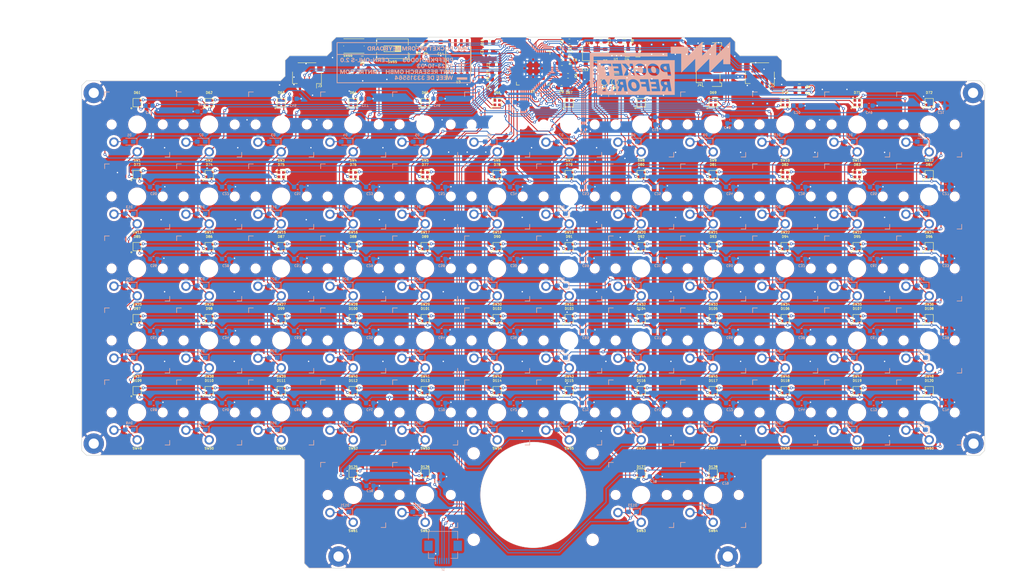
<source format=kicad_pcb>
(kicad_pcb (version 20221018) (generator pcbnew)

  (general
    (thickness 1.6)
  )

  (paper "A4")
  (layers
    (0 "F.Cu" signal)
    (31 "B.Cu" signal)
    (32 "B.Adhes" user "B.Adhesive")
    (33 "F.Adhes" user "F.Adhesive")
    (34 "B.Paste" user)
    (35 "F.Paste" user)
    (36 "B.SilkS" user "B.Silkscreen")
    (37 "F.SilkS" user "F.Silkscreen")
    (38 "B.Mask" user)
    (39 "F.Mask" user)
    (40 "Dwgs.User" user "User.Drawings")
    (41 "Cmts.User" user "User.Comments")
    (42 "Eco1.User" user "User.Eco1")
    (43 "Eco2.User" user "User.Eco2")
    (44 "Edge.Cuts" user)
    (45 "Margin" user)
    (46 "B.CrtYd" user "B.Courtyard")
    (47 "F.CrtYd" user "F.Courtyard")
    (48 "B.Fab" user)
    (49 "F.Fab" user)
  )

  (setup
    (stackup
      (layer "F.SilkS" (type "Top Silk Screen"))
      (layer "F.Paste" (type "Top Solder Paste"))
      (layer "F.Mask" (type "Top Solder Mask") (color "Black") (thickness 0.01))
      (layer "F.Cu" (type "copper") (thickness 0.035))
      (layer "dielectric 1" (type "core") (thickness 1.51) (material "FR4") (epsilon_r 4.5) (loss_tangent 0.02))
      (layer "B.Cu" (type "copper") (thickness 0.035))
      (layer "B.Mask" (type "Bottom Solder Mask") (color "Black") (thickness 0.01))
      (layer "B.Paste" (type "Bottom Solder Paste"))
      (layer "B.SilkS" (type "Bottom Silk Screen"))
      (copper_finish "None")
      (dielectric_constraints no)
    )
    (pad_to_mask_clearance 0)
    (pcbplotparams
      (layerselection 0x00010fc_ffffffff)
      (plot_on_all_layers_selection 0x0000000_00000000)
      (disableapertmacros false)
      (usegerberextensions false)
      (usegerberattributes true)
      (usegerberadvancedattributes true)
      (creategerberjobfile true)
      (dashed_line_dash_ratio 12.000000)
      (dashed_line_gap_ratio 3.000000)
      (svgprecision 6)
      (plotframeref false)
      (viasonmask false)
      (mode 1)
      (useauxorigin false)
      (hpglpennumber 1)
      (hpglpenspeed 20)
      (hpglpendiameter 15.000000)
      (dxfpolygonmode true)
      (dxfimperialunits true)
      (dxfusepcbnewfont true)
      (psnegative false)
      (psa4output false)
      (plotreference true)
      (plotvalue true)
      (plotinvisibletext false)
      (sketchpadsonfab false)
      (subtractmaskfromsilk false)
      (outputformat 1)
      (mirror false)
      (drillshape 0)
      (scaleselection 1)
      (outputdirectory "pref-kbd-ortho-d3")
    )
  )

  (net 0 "")
  (net 1 "GND")
  (net 2 "+5V")
  (net 3 "+3V3")
  (net 4 "Net-(U2-XIN)")
  (net 5 "ROW1")
  (net 6 "Net-(D1-A)")
  (net 7 "Net-(D2-A)")
  (net 8 "Net-(D3-A)")
  (net 9 "Net-(D4-A)")
  (net 10 "Net-(D5-A)")
  (net 11 "Net-(D6-A)")
  (net 12 "Net-(D7-A)")
  (net 13 "Net-(D8-A)")
  (net 14 "Net-(D9-A)")
  (net 15 "Net-(D10-A)")
  (net 16 "Net-(D11-A)")
  (net 17 "Net-(D12-A)")
  (net 18 "ROW2")
  (net 19 "Net-(D13-A)")
  (net 20 "Net-(D14-A)")
  (net 21 "Net-(D15-A)")
  (net 22 "Net-(D16-A)")
  (net 23 "Net-(D17-A)")
  (net 24 "Net-(D18-A)")
  (net 25 "Net-(D19-A)")
  (net 26 "Net-(D20-A)")
  (net 27 "Net-(D21-A)")
  (net 28 "Net-(D22-A)")
  (net 29 "Net-(D23-A)")
  (net 30 "Net-(D24-A)")
  (net 31 "ROW3")
  (net 32 "Net-(D25-A)")
  (net 33 "Net-(D26-A)")
  (net 34 "Net-(D27-A)")
  (net 35 "Net-(D28-A)")
  (net 36 "Net-(D29-A)")
  (net 37 "Net-(D30-A)")
  (net 38 "Net-(D31-A)")
  (net 39 "Net-(D32-A)")
  (net 40 "Net-(D33-A)")
  (net 41 "Net-(D34-A)")
  (net 42 "Net-(D35-A)")
  (net 43 "Net-(D36-A)")
  (net 44 "ROW4")
  (net 45 "Net-(D37-A)")
  (net 46 "Net-(D38-A)")
  (net 47 "Net-(D39-A)")
  (net 48 "Net-(D40-A)")
  (net 49 "Net-(D41-A)")
  (net 50 "Net-(D42-A)")
  (net 51 "Net-(D43-A)")
  (net 52 "Net-(D44-A)")
  (net 53 "Net-(D45-A)")
  (net 54 "Net-(D46-A)")
  (net 55 "Net-(D47-A)")
  (net 56 "Net-(D48-A)")
  (net 57 "ROW5")
  (net 58 "Net-(D49-A)")
  (net 59 "Net-(D50-A)")
  (net 60 "Net-(D51-A)")
  (net 61 "Net-(D52-A)")
  (net 62 "Net-(D53-A)")
  (net 63 "Net-(D54-A)")
  (net 64 "Net-(D55-A)")
  (net 65 "Net-(D56-A)")
  (net 66 "Net-(D57-A)")
  (net 67 "Net-(D58-A)")
  (net 68 "Net-(D59-A)")
  (net 69 "D+")
  (net 70 "D-")
  (net 71 "UART_TX")
  (net 72 "UART_RX")
  (net 73 "PROG")
  (net 74 "RESET")
  (net 75 "/Pocket Reform KBD MCU/UD+")
  (net 76 "/Pocket Reform KBD MCU/UD-")
  (net 77 "COL1")
  (net 78 "COL2")
  (net 79 "COL3")
  (net 80 "COL4")
  (net 81 "COL5")
  (net 82 "COL6")
  (net 83 "COL7")
  (net 84 "COL8")
  (net 85 "COL9")
  (net 86 "COL10")
  (net 87 "COL11")
  (net 88 "COL12")
  (net 89 "+1V1")
  (net 90 "SCL")
  (net 91 "SDA")
  (net 92 "QSPI_CS")
  (net 93 "SWD")
  (net 94 "SWC")
  (net 95 "QSPI_SD1")
  (net 96 "QSPI_SD2")
  (net 97 "QSPI_SD0")
  (net 98 "QSPI_SCK")
  (net 99 "QSPI_SD3")
  (net 100 "MT")
  (net 101 "Net-(D60-A)")
  (net 102 "Net-(D61-DIN)")
  (net 103 "Net-(D61-DOUT)")
  (net 104 "Net-(D62-DOUT)")
  (net 105 "Net-(D63-DOUT)")
  (net 106 "LED_DATA")
  (net 107 "ROW6")
  (net 108 "Net-(D64-DOUT)")
  (net 109 "Net-(D65-DOUT)")
  (net 110 "Net-(D66-DOUT)")
  (net 111 "Net-(D67-DOUT)")
  (net 112 "Net-(D68-DOUT)")
  (net 113 "Net-(D69-DOUT)")
  (net 114 "Net-(D70-DOUT)")
  (net 115 "Net-(D71-DOUT)")
  (net 116 "Net-(D72-DOUT)")
  (net 117 "Net-(D73-DOUT)")
  (net 118 "Net-(D74-DOUT)")
  (net 119 "Net-(D75-DOUT)")
  (net 120 "Net-(D76-DOUT)")
  (net 121 "Net-(D77-DOUT)")
  (net 122 "Net-(D78-DOUT)")
  (net 123 "Net-(D79-DOUT)")
  (net 124 "Net-(D80-DOUT)")
  (net 125 "Net-(D81-DOUT)")
  (net 126 "Net-(D82-DOUT)")
  (net 127 "Net-(D83-DOUT)")
  (net 128 "Net-(D84-DOUT)")
  (net 129 "Net-(D85-DOUT)")
  (net 130 "Net-(D86-DOUT)")
  (net 131 "Net-(D87-DOUT)")
  (net 132 "Net-(D88-DOUT)")
  (net 133 "Net-(D89-DOUT)")
  (net 134 "Net-(D90-DOUT)")
  (net 135 "Net-(D91-DOUT)")
  (net 136 "Net-(D92-DOUT)")
  (net 137 "Net-(D93-DOUT)")
  (net 138 "Net-(D94-DOUT)")
  (net 139 "Net-(D95-DOUT)")
  (net 140 "Net-(D96-DOUT)")
  (net 141 "Net-(D97-DOUT)")
  (net 142 "Net-(D98-DOUT)")
  (net 143 "Net-(D100-DIN)")
  (net 144 "Net-(D100-DOUT)")
  (net 145 "Net-(D101-DOUT)")
  (net 146 "Net-(D102-DOUT)")
  (net 147 "Net-(D103-DOUT)")
  (net 148 "Net-(D104-DOUT)")
  (net 149 "Net-(D105-DOUT)")
  (net 150 "Net-(D106-DOUT)")
  (net 151 "Net-(D107-DOUT)")
  (net 152 "Net-(D108-DOUT)")
  (net 153 "Net-(D109-DOUT)")
  (net 154 "Net-(D110-DOUT)")
  (net 155 "Net-(D111-DOUT)")
  (net 156 "Net-(D112-DOUT)")
  (net 157 "Net-(D113-DOUT)")
  (net 158 "Net-(D114-DOUT)")
  (net 159 "Net-(D115-DOUT)")
  (net 160 "Net-(D116-DOUT)")
  (net 161 "Net-(D117-DOUT)")
  (net 162 "Net-(D118-DOUT)")
  (net 163 "Net-(D119-DOUT)")
  (net 164 "Net-(D120-DOUT)")
  (net 165 "Net-(D121-A)")
  (net 166 "Net-(D122-A)")
  (net 167 "Net-(D123-A)")
  (net 168 "Net-(D124-A)")
  (net 169 "Net-(D125-DOUT)")
  (net 170 "Net-(C13-Pad1)")
  (net 171 "Net-(D126-DOUT)")
  (net 172 "Net-(D127-DOUT)")
  (net 173 "unconnected-(D128-DOUT-Pad3)")
  (net 174 "unconnected-(J1-Pin_5-Pad5)")
  (net 175 "Net-(U2-XOUT)")
  (net 176 "Net-(U4-VO)")
  (net 177 "unconnected-(U1-NC-Pad1)")
  (net 178 "unconnected-(U2-GPIO2-Pad4)")
  (net 179 "unconnected-(U2-GPIO3-Pad5)")
  (net 180 "unconnected-(U2-GPIO25-Pad37)")
  (net 181 "unconnected-(U2-GPIO26_ADC0-Pad38)")
  (net 182 "unconnected-(U2-GPIO27_ADC1-Pad39)")
  (net 183 "unconnected-(U2-GPIO28_ADC2-Pad40)")
  (net 184 "unconnected-(U2-GPIO29_ADC3-Pad41)")

  (footprint "Connector_FFC-FPC:Molex_200528-0040_1x04-1MP_P1.00mm_Horizontal" (layer "F.Cu") (at 187.1 46.9 -90))

  (footprint "Connector_JST:JST_SH_SM04B-SRSS-TB_1x04-1MP_P1.00mm_Horizontal" (layer "F.Cu") (at 99 49.2 180))

  (footprint "Capacitor_SMD:C_0603_1608Metric" (layer "F.Cu") (at 169.9 47))

  (footprint "Resistor_SMD:R_0603_1608Metric" (layer "F.Cu") (at 167.3 41.9))

  (footprint "Connector_JST:JST_SH_SM04B-SRSS-TB_1x04-1MP_P1.00mm_Horizontal" (layer "F.Cu") (at 196.5 49.2 180))

  (footprint "Package_TO_SOT_SMD:SOT-23" (layer "F.Cu") (at 169.1 44.5 -90))

  (footprint "keyswitches:PG1350" (layer "F.Cu") (at 155.45 121.8))

  (footprint "keyswitches:PG1350" (layer "F.Cu") (at 201.95 59.8))

  (footprint "keyswitches:PG1350" (layer "F.Cu") (at 170.95 121.8))

  (footprint "keyswitches:PG1350" (layer "F.Cu") (at 124.45 121.8))

  (footprint "keyswitches:PG1350" (layer "F.Cu") (at 77.95 121.8))

  (footprint "keyswitches:PG1350" (layer "F.Cu") (at 139.95 59.8))

  (footprint "keyswitches:PG1350" (layer "F.Cu") (at 108.95 75.3))

  (footprint "keyswitches:PG1350" (layer "F.Cu") (at 124.45 90.8))

  (footprint "keyswitches:PG1350" (layer "F.Cu") (at 170.95 106.3))

  (footprint "keyswitches:PG1350" (layer "F.Cu") (at 232.95 59.8))

  (footprint "keyswitches:PG1350" (layer "F.Cu") (at 186.45 106.3))

  (footprint "keyswitches:PG1350" (layer "F.Cu") (at 232.95 75.3))

  (footprint "keyswitches:PG1350" (layer "F.Cu") (at 186.45 90.8))

  (footprint "keyswitches:PG1350" (layer "F.Cu") (at 139.95 106.3))

  (footprint "keyswitches:PG1350" (layer "F.Cu") (at 217.45 106.3))

  (footprint "keyswitches:PG1350" (layer "F.Cu") (at 155.45 75.3))

  (footprint "keyswitches:PG1350" (layer "F.Cu") (at 201.95 106.3))

  (footprint "keyswitches:PG1350" (layer "F.Cu") (at 170.95 75.3))

  (footprint "keyswitches:PG1350" (layer "F.Cu") (at 217.45 121.8))

  (footprint "keyswitches:PG1350" (layer "F.Cu") (at 186.45 59.8))

  (footprint "keyswitches:PG1350" (layer "F.Cu") (at 62.45 106.3))

  (footprint "keyswitches:PG1350" (layer "F.Cu") (at 201.95 75.3))

  (footprint "keyswitches:PG1350" (layer "F.Cu") (at 62.45 75.3))

  (footprint "keyswitches:PG1350" (layer "F.Cu") (at 77.95 59.8))

  (footprint "keyswitches:PG1350" (layer "F.Cu") (at 77.95 90.8))

  (footprint "keyswitches:PG1350" (layer "F.Cu") (at 170.95 90.8))

  (footprint "keyswitches:PG1350" (layer "F.Cu") (at 186.45 121.8))

  (footprint "keyswitches:PG1350" (layer "F.Cu") (at 139.95 121.8))

  (footprint "keyswitches:PG1350" (layer "F.Cu") (at 108.95 59.8))

  (footprint "keyswitches:PG1350" (layer "F.Cu") (at 232.95 106.3))

  (footprint "keyswitches:PG1350" (layer "F.Cu") (at 93.45 106.3))

  (footprint "keyswitches:PG1350" (layer "F.Cu") (at 139.95 75.3))

  (footprint "keyswitches:PG1350" (layer "F.Cu") (at 217.45 75.3))

  (footprint "keyswitches:PG1350" (layer "F.Cu") (at 93.45 90.8))

  (footprint "keyswitches:PG1350" (layer "F.Cu") (at 124.45 106.3))

  (footprint "keyswitches:PG1350" (layer "F.Cu") (at 186.45 75.3))

  (footprint "keyswitches:PG1350" (layer "F.Cu") (at 124.45 75.3))

  (footprint "keyswitches:PG1350" (layer "F.Cu")
    (tstamp 00000000-0000-0000-0000-0000618f1904)
    (at 232.95 90.8)
    (descr "Kailh \"Choc\" PG1350 keyswitch")
    (tags "kailh,choc")
    (property "LCSC" "C400231")
    (property "Manufacturer" "Kailh")
    (property "Manufacturer_No" "CPG135001D02")
    (property "Sheetfile" "pocket-reform-keyboard-kailh-ortho.kicad_sch")
    (property "Sheetname" "")
    (path "/00000000-0000-0000-0000-00006192cf4a")
    (attr through_hole)
    (fp_text reference "SW36" (at 0 7.725 unlocked) (layer "F.SilkS")
        (effects (font (size 0.5 0.5) (thickness 0.1)))
      (tstamp e1225259-745c-481b-a176-a06675d13eda)
    )
    (fp_text value "Choc" (at 0 -8.7) (layer "F.Fab")
        (effects (font (size 1 1) (thickness 0.15)))
      (tstamp 89ec835c-9bc0-4a9b-88b7-eae010c2d5dc)
    )
    (fp_line (start -7 -7) (end -6 -7)
      (stroke (width 0.15) (type solid)) (layer "B.SilkS") (tstamp 26123ab1-01a1-4e19-92f6-29f239a70066))
    (fp_line (start -7 -6) (end -7 -7)
      (stroke (width 0.15) (type solid)) (layer "B.SilkS") (tstamp 84fad184-4bc6-45b2-8664-178d70a54d1a))
    (fp_line (start 7 6) (end 7 7)
      (stroke (width 0.15) (type solid)) (layer "B.SilkS") (tstamp 647102e8-3f5f-4851-ab32-5074942e0ad1))
    (fp_line (start 7 7) (end 6 7)
      (stroke (width 0.15) (type solid)) (layer "B.SilkS") (tstamp b99377b8-8964-4763-b664-e7af002ffd80))
    (fp_line (start -7.5 -7.5) (end 7.5 -7.5)
      (stroke (width 0.15) (type solid)) (layer "Eco2.User") (tstamp 4e014685-1e43-4928-a462-2588968b4e07))
    (fp_line (start -7.5 7.5) (end -7.5 -7.5)
      (stroke (width 0.15) (type solid)) (layer "Eco2.User") (tstamp 2123532b-1358-4064-91bb-1bfc6e9487e7))
    (fp_line (start -6.9 6.9) (end -6.9 -6.9)
      (stroke (width 0.15) (type solid)) (layer "Eco2.User") (tstamp 4bf13e90-9880-4e46-a74c-c03e59e60e91))
    (fp_line (start -6.9 6.9) (end 6.9 6.9)
      (stroke (width 0.15) (type solid)) (layer "Eco2.User") (tstamp b2ea9212-f27e-43a9-8caa-a6cd6a59f853))
    (fp_line (start -2.6 -3.1) (end -2.6 -6.3)
      (stroke (width 0.15) (type solid)) (layer "Eco2.User") (tstamp d2693401-6172-4543-9769-5acec6d7a1e7))
    (fp_line (start -2.6 -3.1) (end 2.6 -3.1)
      (stroke (width 0.15) (type solid)) (layer "Eco2.User") (tstamp d3d036fb-5c6d-43ef-a3cf-dab1c3335d97))
    (fp_line (start 2.6 -6.3) (end -2.6 -6.3)
      (stroke (width 0.15) (type solid)) (layer "Eco2.User") (tstamp 241f6b62-781a-435b-9576-2055bddad5a9))
    (fp_line (start 2.6 -3.1) (end 2.6 -6.3)
      (stroke (width 0.15) (type solid)) (layer "Eco2.User") (tstamp 132c8e6b-2a3b-4d6a-8c5d-9de955c2a448))
    (fp_line (start 6.9 -6.9) (end -6.9 -6.9)
      (stroke (width 0.15) (type solid)) (layer "Eco2.User") (tstamp b3ae0b0c-2787-44fe-ace8-71f77d21c058))
    (fp_line (start 6.9 -6.9) (end 6.9 6.9)
      (stroke (width 0.15) (type solid)) (layer "Eco2.User") (tstamp fc13308a-a8db-4939-82d2-8312e5b06fd6))
    (fp_line (start 7.5 -7.5) (end 7.5 7.5)
      (stroke (width 0.15) (type solid)) (layer "Eco2.User") (tstamp e9c02d6a-7f9b-4bac-9988-c269ce8ed970))
    (fp_line (start 7.5 7.5) (end -7.5 7.5)
      (stroke (width 0.15) (type solid)) (layer "Eco2.User") (tstamp 1d1f0855-6aad-4efc-a5b2-525827a174de))
    (pad "" np_thru_hole circle (at -5.5 0) (size 1.7018 1.7018) (drill 1.7018) (layers "*.Cu" "*.Mask") (tstamp b16b5421-ff61-4110-83f0-43111fff11f1))
    (pad "" np_thru_hole circle (at 0 0) (size 3.429 3.429) (drill 3.429) (layers "*.Cu" "*.Mask") (tstamp 0d965193-d699-4242-b525-cf40922e6d86))
    (pad "" np_thru_hole circle (at 5.5 0) (size 1.7018 1.7018) (drill 1.7018) (layers "*.Cu" "*.Mask") (tstamp 68ee0633-3685-49e3-8001-f63470dbf98f))
    (pad "1" thru_hole circle (at 0 5.9) (size 2.032 2.032) (drill 1.27) (layers "*.Cu" "*.Mask")
      (net 88 "COL12") (pinfunction "1") (pintype "passive") (tstamp bb1f7514-ef25-4828-a002-d19e2e06bab5))
    (pad "2" thru_hole circle (at -5 3.8) (size 2.032 2.032) (drill 1.27) (layers "*.Cu" "*.Mask")
      (net 43 "Net-(D36-A)") (pinfunction "2") (pintype 
... [3990236 chars truncated]
</source>
